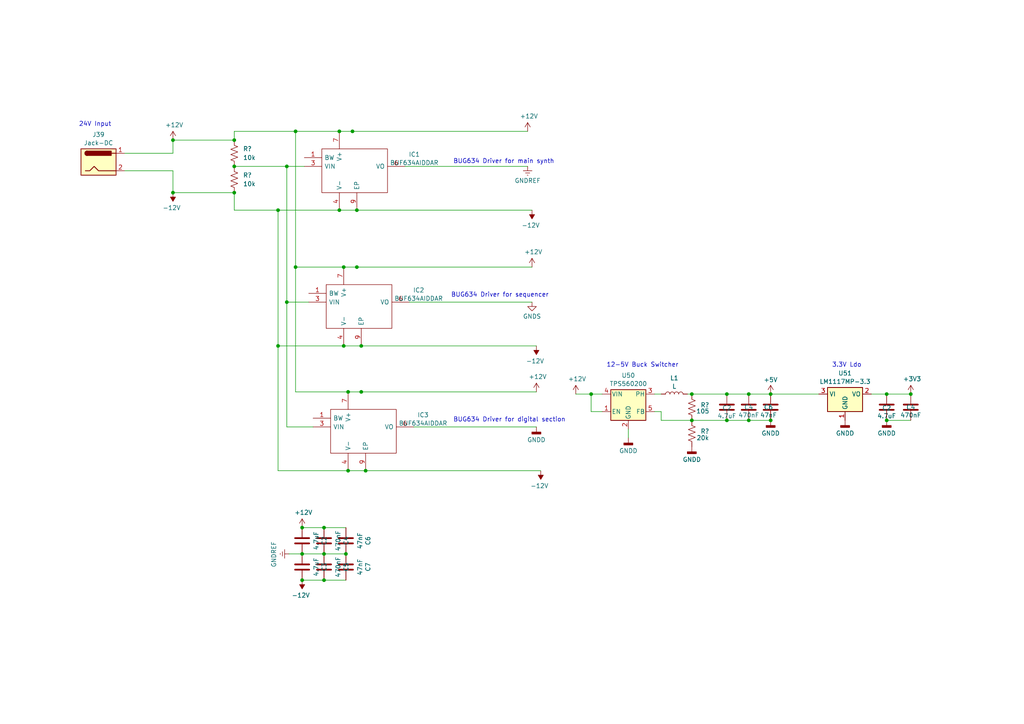
<source format=kicad_sch>
(kicad_sch (version 20230121) (generator eeschema)
  (paper "A4")
  (lib_symbols
    (symbol "BUF634AIDDAR:BUF634AIDDAR" (pin_names (offset 0.762))
      (property "Reference" "IC" (at 11.43 12.7 0))
      (property "Value" "BUF634AIDDAR" (at 11.43 10.16 0))
      (symbol "BUF634AIDDAR_0_0"
        (pin passive line (at -15.24 2.54 0) (length 5.08) (name "BW") (number "1"))
        (pin passive line (at -15.24 0 0) (length 5.08) (name "VIN") (number "3"))
        (pin passive line (at -5.08 -12.7 90) (length 5.08) (name "V-") (number "4"))
        (pin passive line (at 13.97 0 180) (length 5.08) (name "VO") (number "6"))
        (pin passive line (at -5.08 10.16 270) (length 5.08) (name "V+") (number "7"))
        (pin passive line (at 0 -12.7 90) (length 5.08) (name "EP") (number "9"))
      )
      (symbol "BUF634AIDDAR_0_1"
        (polyline (pts (xy -10.16 5.08) (xy 8.89 5.08) (xy 8.89 -7.62) (xy -10.16 -7.62) (xy -10.16 5.08)) (stroke (width 0.1524)))
      )
      (symbol "BUF634AIDDAR_1_0"
        (pin passive line (at -6.35 15.24 0) (length 5.08) hide (name "NC_1") (number "2"))
        (pin passive line (at -1.27 12.7 180) (length 5.08) hide (name "NC_2") (number "5"))
        (pin passive line (at -1.27 10.16 180) (length 5.08) hide (name "NC_3") (number "8"))
      )
    )
    (symbol "Connector:Jack-DC" (pin_names (offset 1.016))
      (property "Reference" "J" (at 0 5.334 0))
      (property "Value" "Jack-DC" (at 0 -5.08 0))
      (symbol "Jack-DC_0_1"
        (rectangle (start -5.08 3.81) (end 5.08 -3.81) (stroke (width 0.254)) (fill (type background)))
        (arc (start -3.302 3.175) (mid -3.9343 2.54) (end -3.302 1.905) (stroke (width 0.254)))
        (arc (start -3.302 3.175) (mid -3.9343 2.54) (end -3.302 1.905) (stroke (width 0.254)) (fill (type outline)))
        (polyline (pts (xy 5.08 2.54) (xy 3.81 2.54)) (stroke (width 0.254)))
        (polyline (pts (xy -3.81 -2.54) (xy -2.54 -2.54) (xy -1.27 -1.27) (xy 0 -2.54) (xy 2.54 -2.54) (xy 5.08 -2.54)) (stroke (width 0.254)))
        (rectangle (start 3.683 3.175) (end -3.302 1.905) (stroke (width 0.254)) (fill (type outline)))
      )
      (symbol "Jack-DC_1_1"
        (pin passive line (at 7.62 2.54 180) (length 2.54) (name "~") (number "1"))
        (pin passive line (at 7.62 -2.54 180) (length 2.54) (name "~") (number "2"))
      )
    )
    (symbol "Device:C" (pin_numbers hide) (pin_names (offset 0.254))
      (property "Reference" "C" (at 0.635 2.54 0))
      (property "Value" "C" (at 0.635 -2.54 0))
      (symbol "C_0_1"
        (polyline (pts (xy -2.032 -0.762) (xy 2.032 -0.762)) (stroke (width 0.508)))
        (polyline (pts (xy -2.032 0.762) (xy 2.032 0.762)) (stroke (width 0.508)))
      )
      (symbol "C_1_1"
        (pin passive line (at 0 3.81 270) (length 2.794) (name "~") (number "1"))
        (pin passive line (at 0 -3.81 90) (length 2.794) (name "~") (number "2"))
      )
    )
    (symbol "Device:L" (pin_numbers hide) (pin_names (offset 1.016) hide)
      (property "Reference" "L" (at -1.27 0 90))
      (property "Value" "L" (at 1.905 0 90))
      (symbol "L_0_1"
        (arc (start 0 -2.54) (mid 0.6323 -1.905) (end 0 -1.27))
        (arc (start 0 -1.27) (mid 0.6323 -0.635) (end 0 0))
        (arc (start 0 0) (mid 0.6323 0.635) (end 0 1.27))
        (arc (start 0 1.27) (mid 0.6323 1.905) (end 0 2.54))
      )
      (symbol "L_1_1"
        (pin passive line (at 0 3.81 270) (length 1.27) (name "1") (number "1"))
        (pin passive line (at 0 -3.81 90) (length 1.27) (name "2") (number "2"))
      )
    )
    (symbol "Device:R_US" (pin_numbers hide) (pin_names (offset 0))
      (property "Reference" "R" (at 2.54 0 90))
      (property "Value" "R_US" (at -2.54 0 90))
      (symbol "R_US_0_1"
        (polyline (pts (xy 0 -2.286) (xy 0 -2.54)))
        (polyline (pts (xy 0 2.286) (xy 0 2.54)))
        (polyline (pts (xy 0 -0.762) (xy 1.016 -1.143) (xy 0 -1.524) (xy -1.016 -1.905) (xy 0 -2.286)))
        (polyline (pts (xy 0 0.762) (xy 1.016 0.381) (xy 0 0) (xy -1.016 -0.381) (xy 0 -0.762)))
        (polyline (pts (xy 0 2.286) (xy 1.016 1.905) (xy 0 1.524) (xy -1.016 1.143) (xy 0 0.762)))
      )
      (symbol "R_US_1_1"
        (pin passive line (at 0 3.81 270) (length 1.27) (name "~") (number "1"))
        (pin passive line (at 0 -3.81 90) (length 1.27) (name "~") (number "2"))
      )
    )
    (symbol "Regulator_Linear:LM1117MP-3.3"
      (property "Reference" "U" (at -3.81 3.175 0))
      (property "Value" "LM1117MP-3.3" (at 0 3.175 0))
      (symbol "LM1117MP-3.3_0_1"
        (rectangle (start -5.08 -5.08) (end 5.08 1.905) (stroke (width 0.254)) (fill (type background)))
      )
      (symbol "LM1117MP-3.3_1_1"
        (pin power_in line (at 0 -7.62 90) (length 2.54) (name "GND") (number "1"))
        (pin power_out line (at 7.62 0 180) (length 2.54) (name "VO") (number "2"))
        (pin power_in line (at -7.62 0 0) (length 2.54) (name "VI") (number "3"))
      )
    )
    (symbol "Regulator_Switching:TPS560200" (pin_names (offset 0.254))
      (property "Reference" "U" (at -5.08 5.08 0))
      (property "Value" "TPS560200" (at 0 5.08 0))
      (symbol "TPS560200_0_1"
        (rectangle (start -5.08 3.81) (end 5.08 -5.08) (stroke (width 0.254)) (fill (type background)))
      )
      (symbol "TPS560200_1_1"
        (pin input line (at -7.62 -2.54 0) (length 2.54) (name "EN") (number "1"))
        (pin power_in line (at 0 -7.62 90) (length 2.54) (name "GND") (number "2"))
        (pin power_out line (at 7.62 2.54 180) (length 2.54) (name "PH") (number "3"))
        (pin power_in line (at -7.62 2.54 0) (length 2.54) (name "VIN") (number "4"))
        (pin input line (at 7.62 -2.54 180) (length 2.54) (name "FB") (number "5"))
      )
    )
    (symbol "power:+12V" (power) (pin_names (offset 0))
      (property "Value" "+12V" (at 0 3.556 0))
      (symbol "+12V_0_1"
        (polyline (pts (xy -0.762 1.27) (xy 0 2.54)))
        (polyline (pts (xy 0 0) (xy 0 2.54)))
        (polyline (pts (xy 0 2.54) (xy 0.762 1.27)))
      )
      (symbol "+12V_1_1"
        (pin power_in line (at 0 0 90) (length 0) hide (name "+12V") (number "1"))
      )
    )
    (symbol "power:+3V3" (power) (pin_names (offset 0))
      (property "Value" "+3V3" (at 0 3.556 0))
      (symbol "+3V3_0_1"
        (polyline (pts (xy -0.762 1.27) (xy 0 2.54)))
        (polyline (pts (xy 0 0) (xy 0 2.54)))
        (polyline (pts (xy 0 2.54) (xy 0.762 1.27)))
      )
      (symbol "+3V3_1_1"
        (pin power_in line (at 0 0 90) (length 0) hide (name "+3V3") (number "1"))
      )
    )
    (symbol "power:+5V" (power) (pin_names (offset 0))
      (property "Value" "+5V" (at 0 3.556 0))
      (symbol "+5V_0_1"
        (polyline (pts (xy -0.762 1.27) (xy 0 2.54)))
        (polyline (pts (xy 0 0) (xy 0 2.54)))
        (polyline (pts (xy 0 2.54) (xy 0.762 1.27)))
      )
      (symbol "+5V_1_1"
        (pin power_in line (at 0 0 90) (length 0) hide (name "+5V") (number "1"))
      )
    )
    (symbol "power:-12V" (power) (pin_names (offset 0))
      (property "Value" "-12V" (at 0 3.81 0))
      (symbol "-12V_0_0"
        (pin power_in line (at 0 0 90) (length 0) hide (name "-12V") (number "1"))
      )
      (symbol "-12V_0_1"
        (polyline (pts (xy 0 0) (xy 0 1.27) (xy 0.762 1.27) (xy 0 2.54) (xy -0.762 1.27) (xy 0 1.27)) (fill (type outline)))
      )
    )
    (symbol "power:GNDD" (power) (pin_names (offset 0))
      (property "Value" "GNDD" (at 0 -3.175 0))
      (symbol "GNDD_0_1"
        (rectangle (start -1.27 -1.524) (end 1.27 -2.032) (stroke (width 0.254)) (fill (type outline)))
        (polyline (pts (xy 0 0) (xy 0 -1.524)))
      )
      (symbol "GNDD_1_1"
        (pin power_in line (at 0 0 270) (length 0) hide (name "GNDD") (number "1"))
      )
    )
    (symbol "power:GNDREF" (power) (pin_names (offset 0))
      (property "Value" "GNDREF" (at 0 -3.81 0))
      (symbol "GNDREF_0_1"
        (polyline (pts (xy -0.635 -1.905) (xy 0.635 -1.905)))
        (polyline (pts (xy -0.127 -2.54) (xy 0.127 -2.54)))
        (polyline (pts (xy 0 -1.27) (xy 0 0)))
        (polyline (pts (xy 1.27 -1.27) (xy -1.27 -1.27)))
      )
      (symbol "GNDREF_1_1"
        (pin power_in line (at 0 0 270) (length 0) hide (name "GNDREF") (number "1"))
      )
    )
    (symbol "power:GNDS" (power) (pin_names (offset 0))
      (property "Value" "GNDS" (at 0 -3.81 0))
      (symbol "GNDS_0_1"
        (polyline (pts (xy 0 0) (xy 0 -1.27) (xy 1.27 -1.27) (xy 0 -2.54) (xy -1.27 -1.27) (xy 0 -1.27)))
      )
      (symbol "GNDS_1_1"
        (pin power_in line (at 0 0 270) (length 0) hide (name "GNDS") (number "1"))
      )
    )
  )
  (junction (at 100.965 136.525))
  (junction (at 257.175 121.92))
  (junction (at 104.775 113.665))
  (junction (at 93.98 168.275))
  (junction (at 83.185 87.63))
  (junction (at 85.725 77.47))
  (junction (at 200.66 114.3))
  (junction (at 87.63 160.655))
  (junction (at 87.63 153.035))
  (junction (at 102.235 38.1))
  (junction (at 99.695 100.33))
  (junction (at 171.45 114.3))
  (junction (at 103.505 60.96))
  (junction (at 104.775 100.33))
  (junction (at 223.52 114.3))
  (junction (at 100.33 160.655))
  (junction (at 210.82 114.3))
  (junction (at 98.425 38.1))
  (junction (at 100.965 113.665))
  (junction (at 200.66 121.92))
  (junction (at 80.645 100.33))
  (junction (at 223.52 121.92))
  (junction (at 67.945 40.64))
  (junction (at 67.945 55.88))
  (junction (at 106.045 136.525))
  (junction (at 80.645 60.96))
  (junction (at 87.63 168.275))
  (junction (at 99.695 77.47))
  (junction (at 257.175 114.3))
  (junction (at 83.185 48.26))
  (junction (at 210.82 121.92))
  (junction (at 93.98 153.035))
  (junction (at 67.945 48.26))
  (junction (at 217.17 114.3))
  (junction (at 217.17 121.92))
  (junction (at 264.16 114.3))
  (junction (at 50.165 40.64))
  (junction (at 93.98 160.655))
  (junction (at 98.425 60.96))
  (junction (at 103.505 77.47))
  (junction (at 85.725 38.1))
  (junction (at 50.165 55.88))
  (wire (pts (xy 93.98 160.655) (xy 100.33 160.655)))
  (wire (pts (xy 217.17 114.3) (xy 223.52 114.3)))
  (wire (pts (xy 171.45 114.3) (xy 174.625 114.3)))
  (wire (pts (xy 87.63 160.655) (xy 93.98 160.655)))
  (wire (pts (xy 87.63 168.275) (xy 93.98 168.275)))
  (wire (pts (xy 50.165 44.45) (xy 50.165 40.64)))
  (wire (pts (xy 102.235 38.1) (xy 153.035 38.1)))
  (wire (pts (xy 223.52 114.3) (xy 237.49 114.3)))
  (wire (pts (xy 93.98 153.035) (xy 100.33 153.035)))
  (wire (pts (xy 80.645 60.96) (xy 98.425 60.96)))
  (wire (pts (xy 83.185 123.825) (xy 83.185 87.63)))
  (wire (pts (xy 103.505 77.47) (xy 154.305 77.47)))
  (wire (pts (xy 36.195 44.45) (xy 50.165 44.45)))
  (wire (pts (xy 85.725 77.47) (xy 99.695 77.47)))
  (wire (pts (xy 67.945 55.88) (xy 67.945 60.96)))
  (wire (pts (xy 191.77 119.38) (xy 191.77 121.92)))
  (wire (pts (xy 67.945 40.64) (xy 67.945 38.1)))
  (wire (pts (xy 80.645 100.33) (xy 99.695 100.33)))
  (wire (pts (xy 199.39 114.3) (xy 200.66 114.3)))
  (wire (pts (xy 36.195 49.53) (xy 50.165 49.53)))
  (wire (pts (xy 106.045 136.525) (xy 156.845 136.525)))
  (wire (pts (xy 67.945 48.26) (xy 83.185 48.26)))
  (wire (pts (xy 200.66 114.3) (xy 210.82 114.3)))
  (wire (pts (xy 98.425 60.96) (xy 103.505 60.96)))
  (wire (pts (xy 210.82 114.3) (xy 217.17 114.3)))
  (wire (pts (xy 167.005 114.3) (xy 171.45 114.3)))
  (wire (pts (xy 83.185 48.26) (xy 83.185 87.63)))
  (wire (pts (xy 257.175 121.92) (xy 264.16 121.92)))
  (wire (pts (xy 93.98 168.275) (xy 100.33 168.275)))
  (wire (pts (xy 191.77 121.92) (xy 200.66 121.92)))
  (wire (pts (xy 98.425 38.1) (xy 102.235 38.1)))
  (wire (pts (xy 104.775 113.665) (xy 155.575 113.665)))
  (wire (pts (xy 182.245 124.46) (xy 182.245 127)))
  (wire (pts (xy 174.625 119.38) (xy 171.45 119.38)))
  (wire (pts (xy 50.165 49.53) (xy 50.165 55.88)))
  (wire (pts (xy 100.965 113.665) (xy 104.775 113.665)))
  (wire (pts (xy 118.745 87.63) (xy 154.305 87.63)))
  (wire (pts (xy 100.965 136.525) (xy 106.045 136.525)))
  (wire (pts (xy 99.695 100.33) (xy 104.775 100.33)))
  (wire (pts (xy 87.63 153.035) (xy 93.98 153.035)))
  (wire (pts (xy 103.505 60.96) (xy 154.305 60.96)))
  (wire (pts (xy 50.165 40.64) (xy 67.945 40.64)))
  (wire (pts (xy 80.645 136.525) (xy 80.645 100.33)))
  (wire (pts (xy 85.725 38.1) (xy 85.725 77.47)))
  (wire (pts (xy 85.725 113.665) (xy 100.965 113.665)))
  (wire (pts (xy 83.185 87.63) (xy 89.535 87.63)))
  (wire (pts (xy 210.82 121.92) (xy 217.17 121.92)))
  (wire (pts (xy 80.645 60.96) (xy 80.645 100.33)))
  (wire (pts (xy 191.77 119.38) (xy 189.865 119.38)))
  (wire (pts (xy 257.175 114.3) (xy 252.73 114.3)))
  (wire (pts (xy 90.805 123.825) (xy 83.185 123.825)))
  (wire (pts (xy 85.725 38.1) (xy 98.425 38.1)))
  (wire (pts (xy 99.695 77.47) (xy 103.505 77.47)))
  (wire (pts (xy 171.45 119.38) (xy 171.45 114.3)))
  (wire (pts (xy 85.725 113.665) (xy 85.725 77.47)))
  (wire (pts (xy 217.17 121.92) (xy 223.52 121.92)))
  (wire (pts (xy 117.475 48.26) (xy 153.035 48.26)))
  (wire (pts (xy 67.945 60.96) (xy 80.645 60.96)))
  (wire (pts (xy 120.015 123.825) (xy 155.575 123.825)))
  (wire (pts (xy 83.82 160.655) (xy 87.63 160.655)))
  (wire (pts (xy 104.775 100.33) (xy 155.575 100.33)))
  (wire (pts (xy 83.185 48.26) (xy 88.265 48.26)))
  (wire (pts (xy 80.645 136.525) (xy 100.965 136.525)))
  (wire (pts (xy 67.945 38.1) (xy 85.725 38.1)))
  (wire (pts (xy 264.16 114.3) (xy 257.175 114.3)))
  (wire (pts (xy 50.165 55.88) (xy 67.945 55.88)))
  (wire (pts (xy 189.865 114.3) (xy 191.77 114.3)))
  (wire (pts (xy 200.66 121.92) (xy 210.82 121.92)))
  (text "BUG634 Driver for digital section" (at 131.445 122.555 0) (effects (font (size 1.27 1.27)) (justify left bottom)))
  (text "24V Input\n" (at 22.86 36.83 0) (effects (font (size 1.27 1.27)) (justify left bottom)))
  (text "3.3V Ldo" (at 241.3 106.68 0) (effects (font (size 1.27 1.27)) (justify left bottom)))
  (text "BUG634 Driver for sequencer" (at 130.81 86.36 0) (effects (font (size 1.27 1.27)) (justify left bottom)))
  (text "BUG634 Driver for main synth" (at 131.445 47.625 0) (effects (font (size 1.27 1.27)) (justify left bottom)))
  (text "12-5V Buck Switcher" (at 175.895 106.68 0) (effects (font (size 1.27 1.27)) (justify left bottom)))
  (symbol (lib_id "power:+3V3") (at 264.16 114.3 0) (unit 1)
    (property "Reference" "#PWR017" (effects hide))
    (property "Value" "+3V3" (at 264.541 109.9058 0))
    (instances (project "RP2040_minimal" (path "" (reference "#PWR017") (unit 1))) (project "SynthProj" (path "" (reference "#PWR0461") (unit 1)) (path "" (reference "#PWR0495") (unit 1))))
  )
  (symbol (lib_id "power:GNDREF") (at 83.82 160.655 270) (unit 1)
    (property "Reference" "#PWR017" (effects hide))
    (property "Value" "GNDREF" (at 79.4258 160.782 0))
    (instances (project "SynthProj" (path "" (reference "#PWR017") (unit 1)) (path "" (reference "#PWR0225") (unit 1)) (path "" (reference "#PWR0477") (unit 1))))
  )
  (symbol (lib_id "Device:C") (at 87.63 156.845 180) (unit 1)
    (property "Reference" "C2" (at 94.0308 156.845 90))
    (property "Value" "4.7uF" (at 91.7194 156.845 90))
    (property "Footprint" "Capacitor_SMD:C_0805_2012Metric" (effects hide))
    (instances (project "SynthProj" (path "" (reference "C2") (unit 1)) (path "" (reference "C151") (unit 1)) (path "" (reference "C216") (unit 1))))
  )
  (symbol (lib_id "power:+12V") (at 50.165 40.64 0) (unit 1)
    (property "Reference" "#PWR018" (effects hide))
    (property "Value" "+12V" (at 50.546 36.2458 0))
    (instances (project "SynthProj" (path "" (reference "#PWR018") (unit 1)) (path "" (reference "#PWR0226") (unit 1)) (path "" (reference "#PWR0480") (unit 1))))
  )
  (symbol (lib_id "Device:C") (at 87.63 164.465 180) (unit 1)
    (property "Reference" "C3" (at 94.0308 164.465 90))
    (property "Value" "4.7uF" (at 91.7194 164.465 90))
    (property "Footprint" "Capacitor_SMD:C_0805_2012Metric" (effects hide))
    (instances (project "SynthProj" (path "" (reference "C3") (unit 1)) (path "" (reference "C152") (unit 1)) (path "" (reference "C217") (unit 1))))
  )
  (symbol (lib_id "power:+12V") (at 87.63 153.035 0) (unit 1)
    (property "Reference" "#PWR018" (effects hide))
    (property "Value" "+12V" (at 88.011 148.6408 0))
    (instances (project "SynthProj" (path "" (reference "#PWR018") (unit 1)) (path "" (reference "#PWR0226") (unit 1)) (path "" (reference "#PWR0478") (unit 1))))
  )
  (symbol (lib_id "Device:C") (at 100.33 156.845 180) (unit 1)
    (property "Reference" "C6" (at 106.7308 156.845 90))
    (property "Value" "47nF" (at 104.4194 156.845 90))
    (property "Footprint" "Capacitor_SMD:C_0603_1608Metric" (effects hide))
    (instances (project "SynthProj" (path "" (reference "C6") (unit 1)) (path "" (reference "C155") (unit 1)) (path "" (reference "C220") (unit 1))))
  )
  (symbol (lib_id "Device:C") (at 223.52 118.11 180) (unit 1)
    (property "Reference" "C6" (at 222.885 118.11 0))
    (property "Value" "47nF" (at 222.885 120.4214 0))
    (property "Footprint" "Capacitor_SMD:C_0603_1608Metric" (effects hide))
    (instances (project "SynthProj" (path "" (reference "C6") (unit 1)) (path "" (reference "C155") (unit 1)) (path "" (reference "C224") (unit 1))))
  )
  (symbol (lib_id "power:GNDD") (at 245.11 121.92 0) (unit 1)
    (property "Reference" "#PWR0462" (effects hide))
    (property "Value" "GNDD" (at 245.11 125.6721 0))
    (instances (project "SynthProj" (path "" (reference "#PWR0462") (unit 1)) (path "" (reference "#PWR0496") (unit 1))))
  )
  (symbol (lib_id "power:-12V") (at 50.165 55.88 180) (unit 1)
    (property "Reference" "#PWR019" (effects hide))
    (property "Value" "-12V" (at 49.784 60.2742 0))
    (instances (project "SynthProj" (path "" (reference "#PWR019") (unit 1)) (path "" (reference "#PWR0227") (unit 1)) (path "" (reference "#PWR0481") (unit 1))))
  )
  (symbol (lib_id "Device:L") (at 195.58 114.3 90) (unit 1)
    (property "Reference" "L1" (at 195.58 109.6504 90))
    (property "Value" "L" (at 195.58 112.0746 90))
    (property "Footprint" "Inductor_SMD:L_7.3x7.3_H3.5" (effects hide))
  )
  (symbol (lib_id "power:-12V") (at 154.305 60.96 180) (unit 1)
    (property "Reference" "#PWR019" (effects hide))
    (property "Value" "-12V" (at 153.924 65.3542 0))
    (instances (project "SynthProj" (path "" (reference "#PWR019") (unit 1)) (path "" (reference "#PWR0227") (unit 1)) (path "" (reference "#PWR0486") (unit 1))))
  )
  (symbol (lib_id "power:GNDD") (at 182.245 127 0) (unit 1)
    (property "Reference" "#PWR0462" (effects hide))
    (property "Value" "GNDD" (at 182.245 130.7521 0))
    (instances (project "SynthProj" (path "" (reference "#PWR0462") (unit 1)) (path "" (reference "#PWR0536") (unit 1))))
  )
  (symbol (lib_id "power:-12V") (at 155.575 100.33 180) (unit 1)
    (property "Reference" "#PWR019" (effects hide))
    (property "Value" "-12V" (at 155.194 104.7242 0))
    (instances (project "SynthProj" (path "" (reference "#PWR019") (unit 1)) (path "" (reference "#PWR0227") (unit 1)) (path "" (reference "#PWR0489") (unit 1))))
  )
  (symbol (lib_id "Device:R_US") (at 67.945 44.45 180) (unit 1)
    (property "Reference" "R?" (at 70.485 43.18 0) (effects (justify right)))
    (property "Value" "10k" (at 70.485 45.72 0) (effects (justify right)))
    (property "Footprint" "Resistor_SMD:R_0603_1608Metric" (effects hide))
    (instances (project "AnalogTestBoard2" (path "" (reference "R?") (unit 1)) (path "" (reference "R?") (unit 1)) (path "" (reference "R?") (unit 1))) (project "SynthProj" (path "" (reference "R238") (unit 1)) (path "" (reference "R366") (unit 1))))
  )
  (symbol (lib_id "power:-12V") (at 156.845 136.525 180) (unit 1)
    (property "Reference" "#PWR019" (effects hide))
    (property "Value" "-12V" (at 156.464 140.9192 0))
    (instances (project "SynthProj" (path "" (reference "#PWR019") (unit 1)) (path "" (reference "#PWR0227") (unit 1)) (path "" (reference "#PWR0535") (unit 1))))
  )
  (symbol (lib_id "power:+12V") (at 153.035 38.1 0) (unit 1)
    (property "Reference" "#PWR018" (effects hide))
    (property "Value" "+12V" (at 153.416 33.7058 0))
    (instances (project "SynthProj" (path "" (reference "#PWR018") (unit 1)) (path "" (reference "#PWR0226") (unit 1)) (path "" (reference "#PWR0484") (unit 1))))
  )
  (symbol (lib_id "power:GNDS") (at 154.305 87.63 0) (unit 1)
    (property "Reference" "#PWR0488" (effects hide))
    (property "Value" "GNDS" (at 154.305 91.7631 0))
  )
  (symbol (lib_id "power:GNDD") (at 155.575 123.825 0) (unit 1)
    (property "Reference" "#PWR0462" (effects hide))
    (property "Value" "GNDD" (at 155.575 127.5771 0))
    (instances (project "SynthProj" (path "" (reference "#PWR0462") (unit 1)) (path "" (reference "#PWR0483") (unit 1))))
  )
  (symbol (lib_id "power:+12V") (at 167.005 114.3 0) (unit 1)
    (property "Reference" "#PWR018" (effects hide))
    (property "Value" "+12V" (at 167.386 109.9058 0))
    (instances (project "SynthProj" (path "" (reference "#PWR018") (unit 1)) (path "" (reference "#PWR0226") (unit 1)) (path "" (reference "#PWR0537") (unit 1))))
  )
  (symbol (lib_id "Device:C") (at 257.175 118.11 180) (unit 1)
    (property "Reference" "C2" (at 257.175 118.3386 0))
    (property "Value" "4.7uF" (at 257.175 120.65 0))
    (property "Footprint" "Capacitor_SMD:C_0805_2012Metric" (effects hide))
    (instances (project "SynthProj" (path "" (reference "C2") (unit 1)) (path "" (reference "C151") (unit 1)) (path "" (reference "C226") (unit 1))))
  )
  (symbol (lib_id "BUF634AIDDAR:BUF634AIDDAR") (at 106.045 123.825 0) (unit 1)
    (property "Reference" "IC3" (at 122.7122 120.3508 0))
    (property "Value" "BUF634AIDDAR" (at 122.7122 122.775 0))
    (property "Footprint" "SOIC127P600X170-9N" (effects hide))
    (property "Datasheet" "https://www.ti.com/lit/ds/symlink/buf634a.pdf?ts=1599672549445&ref_url=https%253A%252F%252Fwww.mouser.co.uk%252F" (effects hide))
    (property "Description" "High Speed Operational Amplifiers 210-MHz, 250-mA high-speed buffer 8-SO PowerPAD -40 to 125" (effects hide))
    (property "Height" "1.7" (effects hide))
    (property "Mouser Part Number" "595-BUF634AIDDAR" (effects hide))
    (property "Mouser Price/Stock" "https://www.mouser.co.uk/ProductDetail/Texas-Instruments/BUF634AIDDAR?qs=yqaQSyyJnNgwK76xZ3uCIA%3D%3D" (effects hide))
    (property "Manufacturer_Name" "Texas Instruments" (effects hide))
    (property "Manufacturer_Part_Number" "BUF634AIDDAR" (effects hide))
  )
  (symbol (lib_id "Device:C") (at 93.98 156.845 180) (unit 1)
    (property "Reference" "C4" (at 100.3808 156.845 90))
    (property "Value" "470nF" (at 98.0694 156.845 90))
    (property "Footprint" "Capacitor_SMD:C_0805_2012Metric" (effects hide))
    (instances (project "SynthProj" (path "" (reference "C4") (unit 1)) (path "" (reference "C153") (unit 1)) (path "" (reference "C218") (unit 1))))
  )
  (symbol (lib_id "power:GNDD") (at 257.175 121.92 0) (unit 1)
    (property "Reference" "#PWR0462" (effects hide))
    (property "Value" "GNDD" (at 257.175 125.6721 0))
    (instances (project "SynthProj" (path "" (reference "#PWR0462") (unit 1)) (path "" (reference "#PWR0534") (unit 1))))
  )
  (symbol (lib_id "BUF634AIDDAR:BUF634AIDDAR") (at 103.505 48.26 0) (unit 1)
    (property "Reference" "IC1" (at 120.1722 44.7858 0))
    (property "Value" "BUF634AIDDAR" (at 120.1722 47.21 0))
    (property "Footprint" "SOIC127P600X170-9N" (effects hide))
    (property "Datasheet" "https://www.ti.com/lit/ds/symlink/buf634a.pdf?ts=1599672549445&ref_url=https%253A%252F%252Fwww.mouser.co.uk%252F" (effects hide))
    (property "Description" "High Speed Operational Amplifiers 210-MHz, 250-mA high-speed buffer 8-SO PowerPAD -40 to 125" (effects hide))
    (property "Height" "1.7" (effects hide))
    (property "Mouser Part Number" "595-BUF634AIDDAR" (effects hide))
    (property "Mouser Price/Stock" "https://www.mouser.co.uk/ProductDetail/Texas-Instruments/BUF634AIDDAR?qs=yqaQSyyJnNgwK76xZ3uCIA%3D%3D" (effects hide))
    (property "Manufacturer_Name" "Texas Instruments" (effects hide))
    (property "Manufacturer_Part_Number" "BUF634AIDDAR" (effects hide))
  )
  (symbol (lib_id "power:+12V") (at 154.305 77.47 0) (unit 1)
    (property "Reference" "#PWR018" (effects hide))
    (property "Value" "+12V" (at 154.686 73.0758 0))
    (instances (project "SynthProj" (path "" (reference "#PWR018") (unit 1)) (path "" (reference "#PWR0226") (unit 1)) (path "" (reference "#PWR0487") (unit 1))))
  )
  (symbol (lib_id "Regulator_Switching:TPS560200") (at 182.245 116.84 0) (unit 1)
    (property "Reference" "U50" (at 182.245 108.8857 0))
    (property "Value" "TPS560200" (at 182.245 111.3099 0))
    (property "Footprint" "Package_TO_SOT_SMD:SOT-23-5" (effects hide))
    (property "Datasheet" "http://www.ti.com/lit/ds/symlink/tps560200.pdf" (effects hide))
  )
  (symbol (lib_id "Device:R_US") (at 200.66 125.73 0) (unit 1)
    (property "Reference" "R?" (at 204.47 125.095 0))
    (property "Value" "20k" (at 203.835 127 0))
    (property "Footprint" "Resistor_SMD:R_0603_1608Metric" (effects hide))
    (instances (project "AnalogTestBoard2" (path "" (reference "R?") (unit 1)) (path "" (reference "R?") (unit 1)) (path "" (reference "R?") (unit 1))) (project "SynthProj" (path "" (reference "R238") (unit 1)) (path "" (reference "R369") (unit 1))))
  )
  (symbol (lib_id "power:GNDD") (at 200.66 129.54 0) (unit 1)
    (property "Reference" "#PWR0462" (effects hide))
    (property "Value" "GNDD" (at 200.66 133.2921 0))
    (instances (project "SynthProj" (path "" (reference "#PWR0462") (unit 1)) (path "" (reference "#PWR0538") (unit 1))))
  )
  (symbol (lib_id "Regulator_Linear:LM1117MP-3.3") (at 245.11 114.3 0) (unit 1)
    (property "Reference" "U51" (at 245.11 108.2507 0))
    (property "Value" "LM1117MP-3.3" (at 245.11 110.6749 0))
    (property "Footprint" "Package_TO_SOT_SMD:SOT-223-3_TabPin2" (effects hide))
    (property "Datasheet" "http://www.ti.com/lit/ds/symlink/lm1117.pdf" (effects hide))
  )
  (symbol (lib_id "Device:C") (at 210.82 118.11 180) (unit 1)
    (property "Reference" "C2" (at 210.82 118.3386 0))
    (property "Value" "4.7uF" (at 210.82 120.65 0))
    (property "Footprint" "Capacitor_SMD:C_0805_2012Metric" (effects hide))
    (instances (project "SynthProj" (path "" (reference "C2") (unit 1)) (path "" (reference "C151") (unit 1)) (path "" (reference "C222") (unit 1))))
  )
  (symbol (lib_id "Device:C") (at 100.33 164.465 180) (unit 1)
    (property "Reference" "C7" (at 106.7308 164.465 90))
    (property "Value" "47nF" (at 104.4194 164.465 90))
    (property "Footprint" "Capacitor_SMD:C_0603_1608Metric" (effects hide))
    (instances (project "SynthProj" (path "" (reference "C7") (unit 1)) (path "" (reference "C156") (unit 1)) (path "" (reference "C221") (unit 1))))
  )
  (symbol (lib_id "power:-12V") (at 87.63 168.275 180) (unit 1)
    (property "Reference" "#PWR019" (effects hide))
    (property "Value" "-12V" (at 87.249 172.6692 0))
    (instances (project "SynthProj" (path "" (reference "#PWR019") (unit 1)) (path "" (reference "#PWR0227") (unit 1)) (path "" (reference "#PWR0479") (unit 1))))
  )
  (symbol (lib_id "power:+12V") (at 155.575 113.665 0) (unit 1)
    (property "Reference" "#PWR018" (effects hide))
    (property "Value" "+12V" (at 155.956 109.2708 0))
    (instances (project "SynthProj" (path "" (reference "#PWR018") (unit 1)) (path "" (reference "#PWR0226") (unit 1)) (path "" (reference "#PWR0482") (unit 1))))
  )
  (symbol (lib_id "Connector:Jack-DC") (at 28.575 46.99 0) (unit 1)
    (property "Reference" "J39" (at 28.575 39.0357 0))
    (property "Value" "Jack-DC" (at 28.575 41.4599 0))
  )
  (symbol (lib_id "Device:C") (at 217.17 118.11 180) (unit 1)
    (property "Reference" "C4" (at 217.17 118.11 0))
    (property "Value" "470nF" (at 217.17 120.4214 0))
    (property "Footprint" "Capacitor_SMD:C_0805_2012Metric" (effects hide))
    (instances (project "SynthProj" (path "" (reference "C4") (unit 1)) (path "" (reference "C153") (unit 1)) (path "" (reference "C223") (unit 1))))
  )
  (symbol (lib_id "power:GNDREF") (at 153.035 48.26 0) (unit 1)
    (property "Reference" "#PWR0485" (effects hide))
    (property "Value" "GNDREF" (at 153.035 52.3931 0))
  )
  (symbol (lib_id "power:GNDD") (at 223.52 121.92 0) (unit 1)
    (property "Reference" "#PWR0462" (effects hide))
    (property "Value" "GNDD" (at 223.52 125.6721 0))
    (instances (project "SynthProj" (path "" (reference "#PWR0462") (unit 1)) (path "" (reference "#PWR0539") (unit 1))))
  )
  (symbol (lib_id "BUF634AIDDAR:BUF634AIDDAR") (at 104.775 87.63 0) (unit 1)
    (property "Reference" "IC2" (at 121.4422 84.1558 0))
    (property "Value" "BUF634AIDDAR" (at 121.4422 86.58 0))
    (property "Footprint" "SOIC127P600X170-9N" (effects hide))
    (property "Datasheet" "https://www.ti.com/lit/ds/symlink/buf634a.pdf?ts=1599672549445&ref_url=https%253A%252F%252Fwww.mouser.co.uk%252F" (effects hide))
    (property "Description" "High Speed Operational Amplifiers 210-MHz, 250-mA high-speed buffer 8-SO PowerPAD -40 to 125" (effects hide))
    (property "Height" "1.7" (effects hide))
    (property "Mouser Part Number" "595-BUF634AIDDAR" (effects hide))
    (property "Mouser Price/Stock" "https://www.mouser.co.uk/ProductDetail/Texas-Instruments/BUF634AIDDAR?qs=yqaQSyyJnNgwK76xZ3uCIA%3D%3D" (effects hide))
    (property "Manufacturer_Name" "Texas Instruments" (effects hide))
    (property "Manufacturer_Part_Number" "BUF634AIDDAR" (effects hide))
  )
  (symbol (lib_id "Device:R_US") (at 67.945 52.07 180) (unit 1)
    (property "Reference" "R?" (at 70.485 50.8 0) (effects (justify right)))
    (property "Value" "10k" (at 70.485 53.34 0) (effects (justify right)))
    (property "Footprint" "Resistor_SMD:R_0603_1608Metric" (effects hide))
    (instances (project "AnalogTestBoard2" (path "" (reference "R?") (unit 1)) (path "" (reference "R?") (unit 1)) (path "" (reference "R?") (unit 1))) (project "SynthProj" (path "" (reference "R238") (unit 1)) (path "" (reference "R367") (unit 1))))
  )
  (symbol (lib_id "power:+5V") (at 223.52 114.3 0) (unit 1)
    (property "Reference" "#PWR0497" (effects hide))
    (property "Value" "+5V" (at 223.52 110.1669 0))
    (instances (project "SynthProj" (path "" (reference "#PWR0497") (unit 1)) (path "" (reference "#PWR0498") (unit 1))))
  )
  (symbol (lib_id "Device:R_US") (at 200.66 118.11 0) (unit 1)
    (property "Reference" "R?" (at 204.47 117.475 0))
    (property "Value" "105" (at 203.835 119.2642 0))
    (property "Footprint" "Resistor_SMD:R_0603_1608Metric" (effects hide))
    (instances (project "AnalogTestBoard2" (path "" (reference "R?") (unit 1)) (path "" (reference "R?") (unit 1)) (path "" (reference "R?") (unit 1))) (project "SynthProj" (path "" (reference "R238") (unit 1)) (path "" (reference "R368") (unit 1))))
  )
  (symbol (lib_id "Device:C") (at 93.98 164.465 180) (unit 1)
    (property "Reference" "C5" (at 100.3808 164.465 90))
    (property "Value" "470nF" (at 98.0694 164.465 90))
    (property "Footprint" "Capacitor_SMD:C_0805_2012Metric" (effects hide))
    (instances (project "SynthProj" (path "" (reference "C5") (unit 1)) (path "" (reference "C154") (unit 1)) (path "" (reference "C219") (unit 1))))
  )
  (symbol (lib_id "Device:C") (at 264.16 118.11 180) (unit 1)
    (property "Reference" "C4" (at 264.16 118.11 0))
    (property "Value" "470nF" (at 264.16 120.4214 0))
    (property "Footprint" "Capacitor_SMD:C_0805_2012Metric" (effects hide))
    (instances (project "SynthProj" (path "" (reference "C4") (unit 1)) (path "" (reference "C153") (unit 1)) (path "" (reference "C225") (unit 1))))
  )
)
</source>
